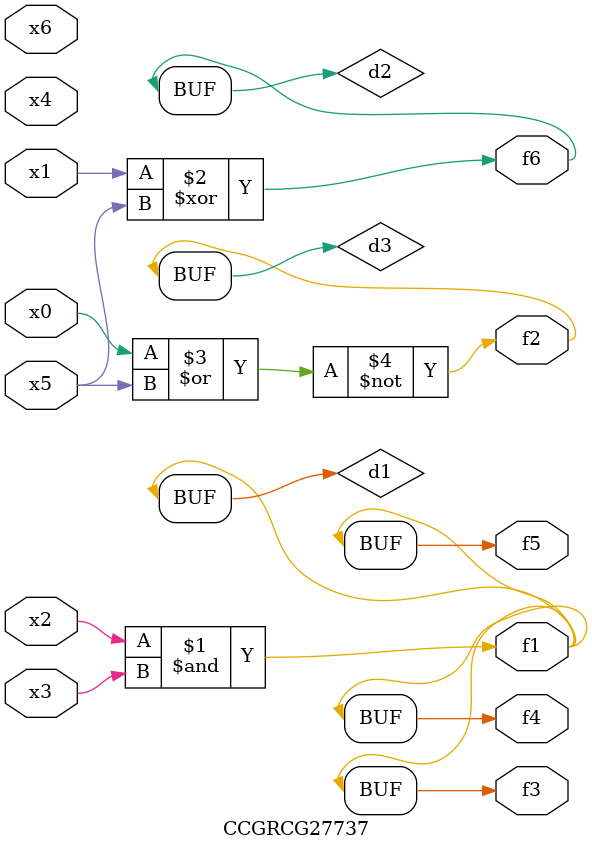
<source format=v>
module CCGRCG27737(
	input x0, x1, x2, x3, x4, x5, x6,
	output f1, f2, f3, f4, f5, f6
);

	wire d1, d2, d3;

	and (d1, x2, x3);
	xor (d2, x1, x5);
	nor (d3, x0, x5);
	assign f1 = d1;
	assign f2 = d3;
	assign f3 = d1;
	assign f4 = d1;
	assign f5 = d1;
	assign f6 = d2;
endmodule

</source>
